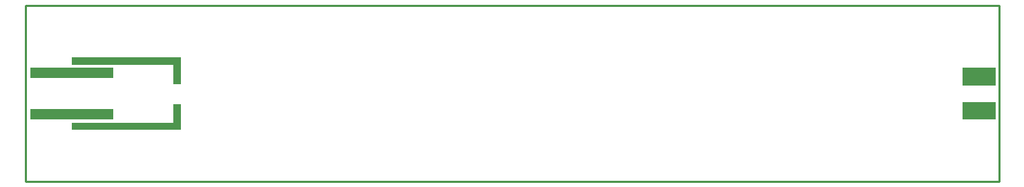
<source format=gko>
*%FSLAX24Y24*%
*%MOIN*%
G01*
%ADD11C,0.0000*%
%ADD12C,0.0050*%
%ADD13C,0.0060*%
%ADD14C,0.0073*%
%ADD15C,0.0080*%
%ADD16C,0.0098*%
%ADD17C,0.0100*%
%ADD18C,0.0120*%
%ADD19C,0.0160*%
%ADD20C,0.0200*%
%ADD21C,0.0200*%
%ADD22C,0.0240*%
%ADD23C,0.0250*%
%ADD24C,0.0300*%
%ADD25C,0.0300*%
%ADD26C,0.0340*%
%ADD27C,0.0360*%
%ADD28C,0.0394*%
%ADD29C,0.0400*%
%ADD30C,0.0434*%
%ADD31C,0.0440*%
%ADD32C,0.0500*%
%ADD33C,0.0500*%
%ADD34C,0.0540*%
%ADD35C,0.0600*%
%ADD36C,0.0680*%
%ADD37C,0.0700*%
%ADD38C,0.0750*%
%ADD39C,0.0790*%
%ADD40C,0.0827*%
%ADD41C,0.1000*%
%ADD42C,0.1250*%
%ADD43C,0.1450*%
%ADD44C,0.2000*%
%ADD45C,0.2250*%
%ADD46R,0.0200X0.0200*%
%ADD47R,0.0200X0.0500*%
%ADD48R,0.0200X0.0650*%
%ADD49R,0.0200X0.1600*%
%ADD50R,0.0280X0.0600*%
%ADD51R,0.0300X0.0300*%
%ADD52R,0.0300X0.0300*%
%ADD53R,0.0320X0.0560*%
%ADD54R,0.0320X0.0640*%
%ADD55R,0.0340X0.0340*%
%ADD56R,0.0360X0.0600*%
%ADD57R,0.0400X0.0400*%
%ADD58R,0.0400X0.0640*%
%ADD59R,0.0500X0.0400*%
%ADD60R,0.0500X0.0500*%
%ADD61R,0.0500X0.0500*%
%ADD62R,0.0500X0.1200*%
%ADD63R,0.0540X0.0440*%
%ADD64R,0.0540X0.0960*%
%ADD65R,0.0540X0.1140*%
%ADD66R,0.0550X0.0650*%
%ADD67R,0.0591X0.1260*%
%ADD68R,0.0600X0.0600*%
%ADD69R,0.0600X0.0600*%
%ADD70R,0.0600X0.1000*%
%ADD71R,0.0600X0.1200*%
%ADD72R,0.0600X0.1250*%
%ADD73R,0.0631X0.1300*%
%ADD74R,0.0640X0.0640*%
%ADD75R,0.0640X0.1040*%
%ADD76R,0.0640X0.1240*%
%ADD77R,0.0640X0.1290*%
%ADD78R,0.0750X0.0400*%
%ADD79R,0.0800X0.0750*%
%ADD80R,0.0800X0.0800*%
%ADD81R,0.0800X0.1250*%
%ADD82R,0.0850X0.0500*%
%ADD83R,0.0890X0.0540*%
%ADD84R,0.0900X0.0900*%
%ADD85R,0.0940X0.0940*%
%ADD86R,0.1000X0.0500*%
%ADD87R,0.1000X0.1000*%
%ADD88R,0.1040X0.0540*%
%ADD89R,0.1200X0.0500*%
%ADD90R,0.1250X0.0600*%
%ADD91R,0.1290X0.0640*%
%ADD92R,0.1400X0.1400*%
%ADD93R,0.1500X0.0500*%
%ADD94R,0.1500X0.1500*%
%ADD95R,0.1500X0.1500*%
%ADD96R,0.1540X0.0540*%
%ADD97R,0.1540X0.1540*%
%ADD98R,0.1700X0.1700*%
%ADD99R,0.1750X0.1750*%
%ADD100R,0.1790X0.1790*%
%ADD101R,0.1900X0.1900*%
%ADD102R,0.2400X0.1600*%
%ADD103R,0.2500X0.2500*%
%ADD104R,0.2500X0.2500*%
D17*
X26770Y25440D02*
Y33940D01*
X73770D02*
Y25440D01*
X26770D01*
Y33940D02*
X73770D01*
D52*
X34070Y28090D02*
X34120D01*
Y29040D01*
X34070D01*
Y28090D01*
Y30290D02*
X34120D01*
Y31040D01*
X34070D01*
Y30290D01*
X29170Y31240D02*
X34120D01*
Y31290D01*
X29170D01*
Y31240D01*
Y28090D02*
X33870D01*
Y28140D01*
X29170D01*
Y28090D01*
D61*
X30770Y30690D02*
X27270D01*
Y28690D02*
X30770D01*
D80*
X72420Y30490D02*
X73220D01*
Y30540D01*
X72420D01*
Y30490D01*
Y28840D02*
X73220D01*
Y28890D01*
X72420D01*
Y28840D01*
D02*
M02*

</source>
